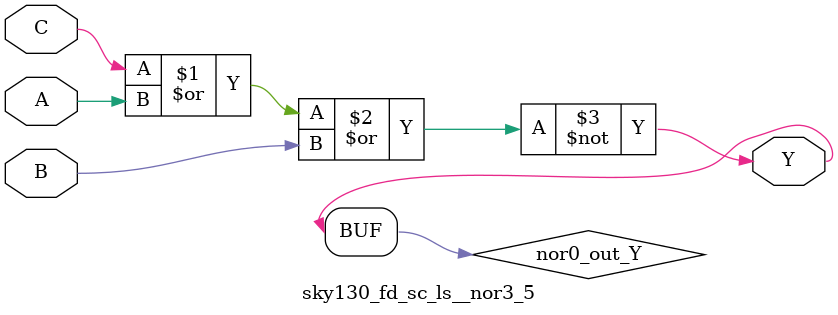
<source format=v>
module sky130_fd_sc_ls__nor3_5 (
    Y,
    A,
    B,
    C
);
    output Y;
    input  A;
    input  B;
    input  C;
    wire nor0_out_Y;
    nor nor0 (nor0_out_Y, C, A, B        );
    buf buf0 (Y         , nor0_out_Y     );
endmodule
</source>
